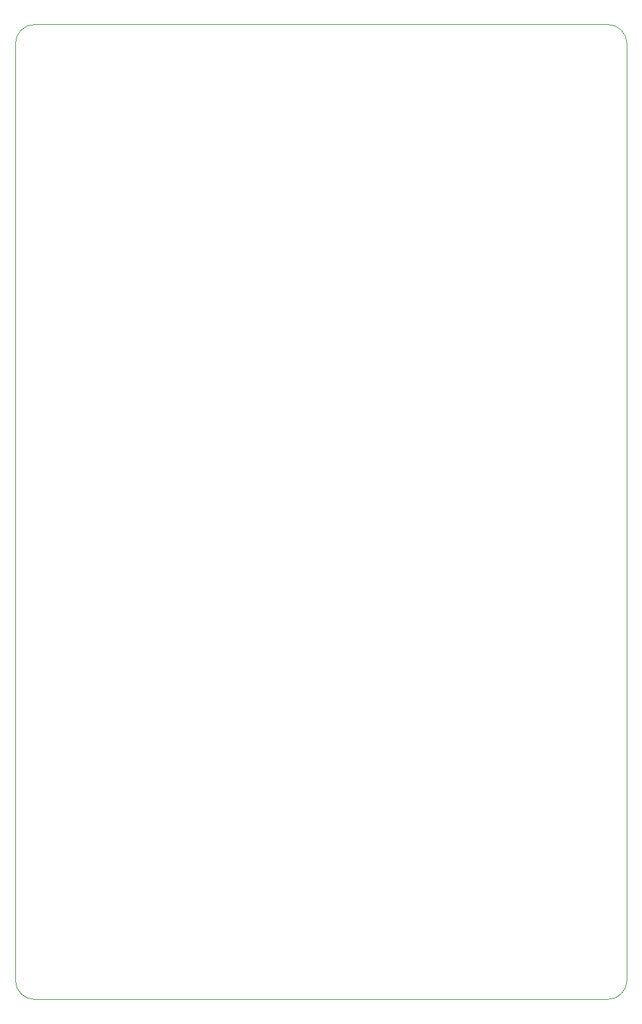
<source format=gm1>
G04 #@! TF.GenerationSoftware,KiCad,Pcbnew,(5.1.5)-3*
G04 #@! TF.CreationDate,2020-06-24T14:41:20-07:00*
G04 #@! TF.ProjectId,numpad,6e756d70-6164-42e6-9b69-6361645f7063,rev?*
G04 #@! TF.SameCoordinates,Original*
G04 #@! TF.FileFunction,Profile,NP*
%FSLAX46Y46*%
G04 Gerber Fmt 4.6, Leading zero omitted, Abs format (unit mm)*
G04 Created by KiCad (PCBNEW (5.1.5)-3) date 2020-06-24 14:41:20*
%MOMM*%
%LPD*%
G04 APERTURE LIST*
%ADD10C,0.050000*%
G04 APERTURE END LIST*
D10*
X180340000Y-152400000D02*
G75*
G02X177800000Y-154940000I-2540000J0D01*
G01*
X101600000Y-154940000D02*
G75*
G02X99060000Y-152400000I0J2540000D01*
G01*
X99060000Y-27940000D02*
G75*
G02X101600000Y-25400000I2540000J0D01*
G01*
X177800000Y-25400000D02*
G75*
G02X180340000Y-27940000I0J-2540000D01*
G01*
X177800000Y-25400000D02*
X101600000Y-25400000D01*
X180340000Y-152400000D02*
X180340000Y-27940000D01*
X101600000Y-154940000D02*
X177800000Y-154940000D01*
X99060000Y-27940000D02*
X99060000Y-152400000D01*
M02*

</source>
